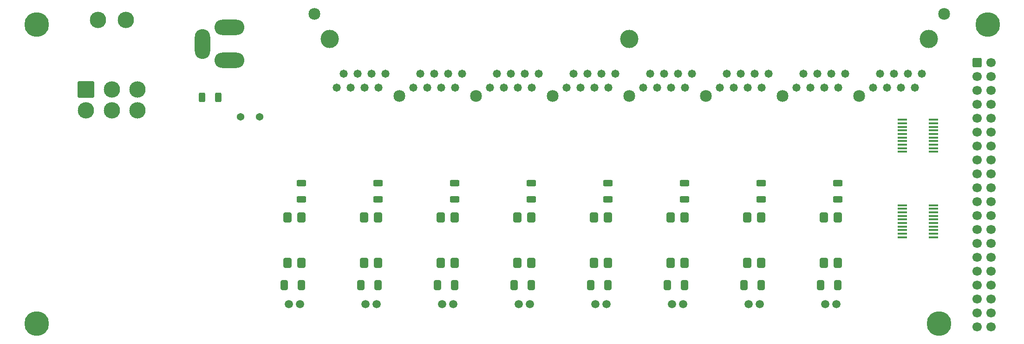
<source format=gbr>
%TF.GenerationSoftware,KiCad,Pcbnew,8.0.4*%
%TF.CreationDate,2024-09-16T12:53:31-07:00*%
%TF.ProjectId,PumpController8,50756d70-436f-46e7-9472-6f6c6c657238,rev?*%
%TF.SameCoordinates,Original*%
%TF.FileFunction,Soldermask,Top*%
%TF.FilePolarity,Negative*%
%FSLAX46Y46*%
G04 Gerber Fmt 4.6, Leading zero omitted, Abs format (unit mm)*
G04 Created by KiCad (PCBNEW 8.0.4) date 2024-09-16 12:53:31*
%MOMM*%
%LPD*%
G01*
G04 APERTURE LIST*
G04 Aperture macros list*
%AMRoundRect*
0 Rectangle with rounded corners*
0 $1 Rounding radius*
0 $2 $3 $4 $5 $6 $7 $8 $9 X,Y pos of 4 corners*
0 Add a 4 corners polygon primitive as box body*
4,1,4,$2,$3,$4,$5,$6,$7,$8,$9,$2,$3,0*
0 Add four circle primitives for the rounded corners*
1,1,$1+$1,$2,$3*
1,1,$1+$1,$4,$5*
1,1,$1+$1,$6,$7*
1,1,$1+$1,$8,$9*
0 Add four rect primitives between the rounded corners*
20,1,$1+$1,$2,$3,$4,$5,0*
20,1,$1+$1,$4,$5,$6,$7,0*
20,1,$1+$1,$6,$7,$8,$9,0*
20,1,$1+$1,$8,$9,$2,$3,0*%
G04 Aperture macros list end*
%ADD10O,5.460000X2.819900*%
%ADD11O,2.819900X5.460000*%
%ADD12C,1.371600*%
%ADD13C,3.327400*%
%ADD14C,1.473200*%
%ADD15C,2.159000*%
%ADD16C,1.500000*%
%ADD17RoundRect,0.250000X0.412500X0.650000X-0.412500X0.650000X-0.412500X-0.650000X0.412500X-0.650000X0*%
%ADD18RoundRect,0.250000X-0.312500X-0.625000X0.312500X-0.625000X0.312500X0.625000X-0.312500X0.625000X0*%
%ADD19RoundRect,0.375000X-0.375000X0.575000X-0.375000X-0.575000X0.375000X-0.575000X0.375000X0.575000X0*%
%ADD20C,4.500000*%
%ADD21RoundRect,0.250000X-0.625000X0.312500X-0.625000X-0.312500X0.625000X-0.312500X0.625000X0.312500X0*%
%ADD22RoundRect,0.250000X-0.600000X-0.600000X0.600000X-0.600000X0.600000X0.600000X-0.600000X0.600000X0*%
%ADD23C,1.700000*%
%ADD24RoundRect,0.102000X-1.387500X-1.387500X1.387500X-1.387500X1.387500X1.387500X-1.387500X1.387500X0*%
%ADD25C,2.979000*%
%ADD26R,1.676400X0.355600*%
G04 APERTURE END LIST*
D10*
%TO.C,J10*%
X117020000Y-66835000D03*
D11*
X112120000Y-63885000D03*
D10*
X117020000Y-60835000D03*
%TD*%
D12*
%TO.C,C9*%
X119058750Y-77216000D03*
X122558751Y-77216000D03*
%TD*%
D13*
%TO.C,J9*%
X244576600Y-62992000D03*
X189966600Y-62992000D03*
X135356600Y-62992000D03*
D14*
X243306600Y-69342000D03*
X242036600Y-71882000D03*
X240766600Y-69342000D03*
X239496600Y-71882000D03*
X238226600Y-69342000D03*
X236956600Y-71882000D03*
X235686600Y-69342000D03*
X234416600Y-71882000D03*
X229336600Y-69342000D03*
X228066600Y-71882000D03*
X226796600Y-69342000D03*
X225526600Y-71882000D03*
X224256600Y-69342000D03*
X222986600Y-71882000D03*
X221716600Y-69342000D03*
X220446600Y-71882000D03*
X215366600Y-69342000D03*
X214096600Y-71882000D03*
X212826600Y-69342000D03*
X211556600Y-71882000D03*
X210286600Y-69342000D03*
X209016600Y-71882000D03*
X207746600Y-69342000D03*
X206476600Y-71882000D03*
X201396600Y-69342000D03*
X200126600Y-71882000D03*
X198856600Y-69342000D03*
X197586600Y-71882000D03*
X196316600Y-69342000D03*
X195046600Y-71882000D03*
X193776600Y-69342000D03*
X192506600Y-71882000D03*
X187426600Y-69342000D03*
X186156600Y-71882000D03*
X184886600Y-69342000D03*
X183616600Y-71882000D03*
X182346600Y-69342000D03*
X181076600Y-71882000D03*
X179806600Y-69342000D03*
X178536600Y-71882000D03*
X173456600Y-69342000D03*
X172186600Y-71882000D03*
X170916600Y-69342000D03*
X169646600Y-71882000D03*
X168376600Y-69342000D03*
X167106600Y-71882000D03*
X165836600Y-69342000D03*
X164566600Y-71882000D03*
X159486600Y-69342000D03*
X158216600Y-71882000D03*
X156946600Y-69342000D03*
X155676600Y-71882000D03*
X154406600Y-69342000D03*
X153136600Y-71882000D03*
X151866600Y-69342000D03*
X150596600Y-71882000D03*
X145516600Y-69342000D03*
X144246600Y-71882000D03*
X142976600Y-69342000D03*
X141706600Y-71882000D03*
X140436600Y-69342000D03*
X139166600Y-71882000D03*
X137896600Y-69342000D03*
X136626600Y-71882000D03*
D15*
X247370600Y-58420000D03*
X132562600Y-58420000D03*
X231876600Y-73406000D03*
X217906600Y-73406000D03*
X203936600Y-73406000D03*
X189966600Y-73406000D03*
X175996600Y-73406000D03*
X162026600Y-73406000D03*
X148056600Y-73406000D03*
%TD*%
D16*
%TO.C,J7*%
X143875000Y-111395000D03*
X141875000Y-111395000D03*
%TD*%
D17*
%TO.C,C1*%
X227965000Y-107950000D03*
X224840000Y-107950000D03*
%TD*%
D18*
%TO.C,R9*%
X112075500Y-73660000D03*
X115000500Y-73660000D03*
%TD*%
D19*
%TO.C,U4*%
X186055000Y-95545000D03*
X183515000Y-95545000D03*
X183515000Y-103845000D03*
X186055000Y-103845000D03*
%TD*%
D20*
%TO.C,H4*%
X81915000Y-60325000D03*
%TD*%
D21*
%TO.C,R8*%
X130175000Y-89342500D03*
X130175000Y-92267500D03*
%TD*%
D22*
%TO.C,J11*%
X253365000Y-67310000D03*
D23*
X255905000Y-67310000D03*
X253365000Y-69850000D03*
X255905000Y-69850000D03*
X253365000Y-72390000D03*
X255905000Y-72390000D03*
X253365000Y-74930000D03*
X255905000Y-74930000D03*
X253365000Y-77470000D03*
X255905000Y-77470000D03*
X253365000Y-80010000D03*
X255905000Y-80010000D03*
X253365000Y-82550000D03*
X255905000Y-82550000D03*
X253365000Y-85090000D03*
X255905000Y-85090000D03*
X253365000Y-87630000D03*
X255905000Y-87630000D03*
X253365000Y-90170000D03*
X255905000Y-90170000D03*
X253365000Y-92710000D03*
X255905000Y-92710000D03*
X253365000Y-95250000D03*
X255905000Y-95250000D03*
X253365000Y-97790000D03*
X255905000Y-97790000D03*
X253365000Y-100330000D03*
X255905000Y-100330000D03*
X253365000Y-102870000D03*
X255905000Y-102870000D03*
X253365000Y-105410000D03*
X255905000Y-105410000D03*
X253365000Y-107950000D03*
X255905000Y-107950000D03*
X253365000Y-110490000D03*
X255905000Y-110490000D03*
X253365000Y-113030000D03*
X255905000Y-113030000D03*
X253365000Y-115570000D03*
X255905000Y-115570000D03*
%TD*%
D17*
%TO.C,C5*%
X172085000Y-107950000D03*
X168960000Y-107950000D03*
%TD*%
%TO.C,C7*%
X144145000Y-107950000D03*
X141020000Y-107950000D03*
%TD*%
D20*
%TO.C,H1*%
X255270000Y-60325000D03*
%TD*%
D16*
%TO.C,J5*%
X171815000Y-111395000D03*
X169815000Y-111395000D03*
%TD*%
D17*
%TO.C,C4*%
X186055000Y-107950000D03*
X182930000Y-107950000D03*
%TD*%
D21*
%TO.C,R4*%
X186055000Y-89342500D03*
X186055000Y-92267500D03*
%TD*%
D16*
%TO.C,J8*%
X129905000Y-111395000D03*
X127905000Y-111395000D03*
%TD*%
%TO.C,J3*%
X199755000Y-111395000D03*
X197755000Y-111395000D03*
%TD*%
D19*
%TO.C,U3*%
X200025000Y-95545000D03*
X197485000Y-95545000D03*
X197485000Y-103845000D03*
X200025000Y-103845000D03*
%TD*%
D17*
%TO.C,C6*%
X158115000Y-107950000D03*
X154990000Y-107950000D03*
%TD*%
D19*
%TO.C,U8*%
X130175000Y-95545000D03*
X127635000Y-95545000D03*
X127635000Y-103845000D03*
X130175000Y-103845000D03*
%TD*%
D16*
%TO.C,J2*%
X213725000Y-111395000D03*
X211725000Y-111395000D03*
%TD*%
D21*
%TO.C,R5*%
X172085000Y-89342500D03*
X172085000Y-92267500D03*
%TD*%
D16*
%TO.C,J6*%
X157845000Y-111395000D03*
X155845000Y-111395000D03*
%TD*%
D20*
%TO.C,H3*%
X81915000Y-114935000D03*
%TD*%
D19*
%TO.C,U2*%
X213995000Y-95545000D03*
X211455000Y-95545000D03*
X211455000Y-103845000D03*
X213995000Y-103845000D03*
%TD*%
D17*
%TO.C,C3*%
X200025000Y-107950000D03*
X196900000Y-107950000D03*
%TD*%
D21*
%TO.C,R7*%
X144145000Y-89342500D03*
X144145000Y-92267500D03*
%TD*%
D20*
%TO.C,H2*%
X246380000Y-114935000D03*
%TD*%
D19*
%TO.C,U5*%
X172085000Y-95545000D03*
X169545000Y-95545000D03*
X169545000Y-103845000D03*
X172085000Y-103845000D03*
%TD*%
D24*
%TO.C,S1*%
X90887500Y-72231250D03*
D25*
X95587500Y-72231250D03*
X100287500Y-72231250D03*
X90887500Y-76041250D03*
X95587500Y-76041250D03*
X100287500Y-76041250D03*
X93047500Y-59531250D03*
X98127500Y-59531250D03*
%TD*%
D19*
%TO.C,U1*%
X227965000Y-95545000D03*
X225425000Y-95545000D03*
X225425000Y-103845000D03*
X227965000Y-103845000D03*
%TD*%
D21*
%TO.C,R2*%
X213995000Y-89342500D03*
X213995000Y-92267500D03*
%TD*%
D26*
%TO.C,U10*%
X245389400Y-99191000D03*
X245389400Y-98540999D03*
X245389400Y-97891001D03*
X245389400Y-97240999D03*
X245389400Y-96591001D03*
X245389400Y-95941002D03*
X245389400Y-95291001D03*
X245389400Y-94641002D03*
X245389400Y-93991001D03*
X245389400Y-93341002D03*
X239750600Y-93341000D03*
X239750600Y-93990998D03*
X239750600Y-94640999D03*
X239750600Y-95290998D03*
X239750600Y-95940999D03*
X239750600Y-96590998D03*
X239750600Y-97240999D03*
X239750600Y-97890998D03*
X239750600Y-98540999D03*
X239750600Y-99190998D03*
%TD*%
D19*
%TO.C,U6*%
X158115000Y-95545000D03*
X155575000Y-95545000D03*
X155575000Y-103845000D03*
X158115000Y-103845000D03*
%TD*%
%TO.C,U7*%
X144145000Y-95545000D03*
X141605000Y-95545000D03*
X141605000Y-103845000D03*
X144145000Y-103845000D03*
%TD*%
D16*
%TO.C,J1*%
X227695000Y-111395000D03*
X225695000Y-111395000D03*
%TD*%
D17*
%TO.C,C2*%
X213995000Y-107950000D03*
X210870000Y-107950000D03*
%TD*%
D16*
%TO.C,J4*%
X185785000Y-111395000D03*
X183785000Y-111395000D03*
%TD*%
D21*
%TO.C,R6*%
X158115000Y-89342500D03*
X158115000Y-92267500D03*
%TD*%
D17*
%TO.C,C8*%
X130175000Y-107950000D03*
X127050000Y-107950000D03*
%TD*%
D21*
%TO.C,R1*%
X227965000Y-89342500D03*
X227965000Y-92267500D03*
%TD*%
D26*
%TO.C,U9*%
X245389400Y-83570000D03*
X245389400Y-82919999D03*
X245389400Y-82270001D03*
X245389400Y-81619999D03*
X245389400Y-80970001D03*
X245389400Y-80320002D03*
X245389400Y-79670001D03*
X245389400Y-79020002D03*
X245389400Y-78370001D03*
X245389400Y-77720002D03*
X239750600Y-77720000D03*
X239750600Y-78369998D03*
X239750600Y-79019999D03*
X239750600Y-79669998D03*
X239750600Y-80319999D03*
X239750600Y-80969998D03*
X239750600Y-81619999D03*
X239750600Y-82269998D03*
X239750600Y-82919999D03*
X239750600Y-83569998D03*
%TD*%
D21*
%TO.C,R3*%
X200025000Y-89342500D03*
X200025000Y-92267500D03*
%TD*%
M02*

</source>
